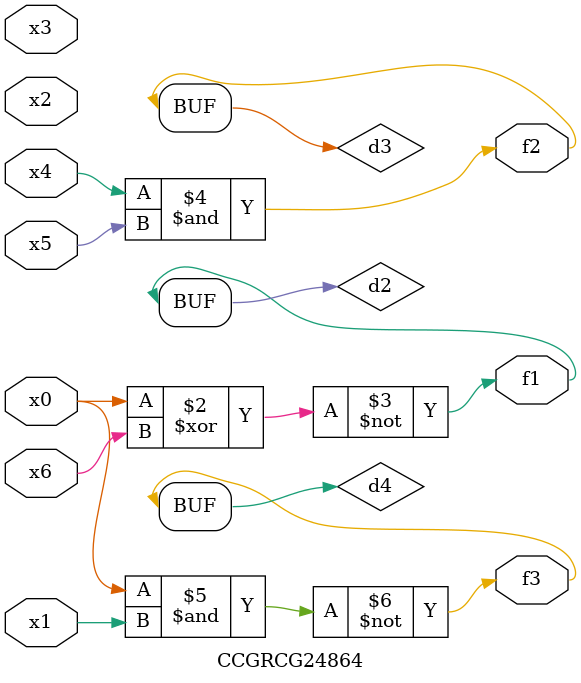
<source format=v>
module CCGRCG24864(
	input x0, x1, x2, x3, x4, x5, x6,
	output f1, f2, f3
);

	wire d1, d2, d3, d4;

	nor (d1, x0);
	xnor (d2, x0, x6);
	and (d3, x4, x5);
	nand (d4, x0, x1);
	assign f1 = d2;
	assign f2 = d3;
	assign f3 = d4;
endmodule

</source>
